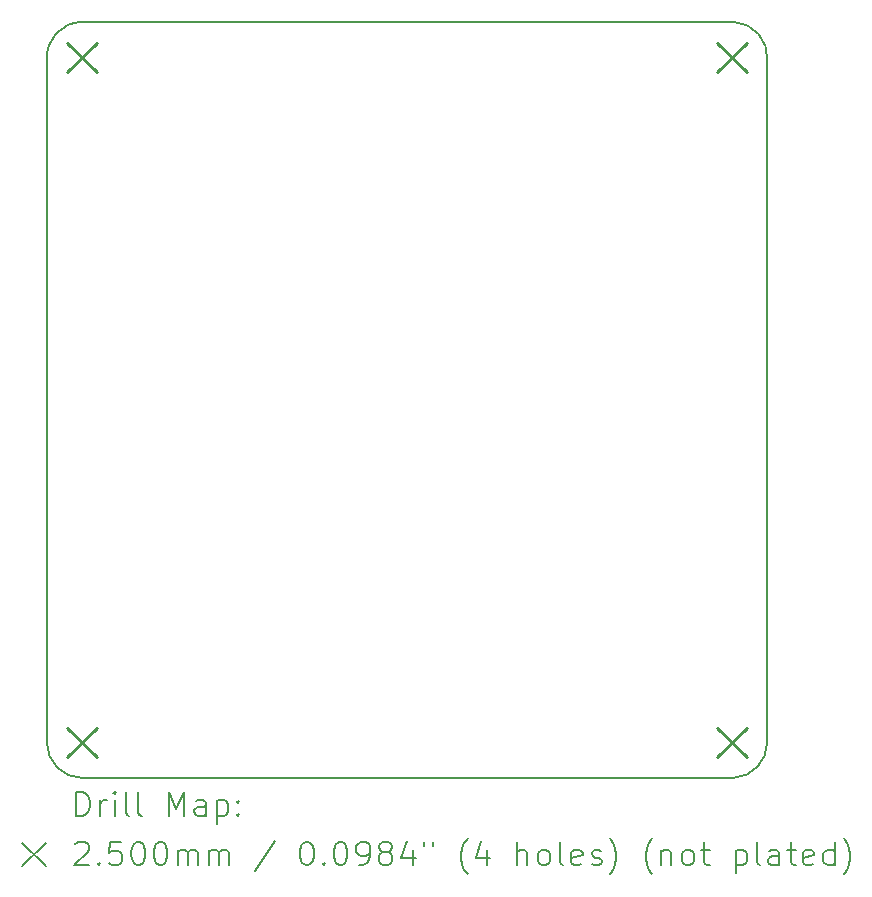
<source format=gbr>
%TF.GenerationSoftware,KiCad,Pcbnew,7.0.8*%
%TF.CreationDate,2024-02-21T14:11:08-03:00*%
%TF.ProjectId,lamp_module,6c616d70-5f6d-46f6-9475-6c652e6b6963,1.0*%
%TF.SameCoordinates,Original*%
%TF.FileFunction,Drillmap*%
%TF.FilePolarity,Positive*%
%FSLAX45Y45*%
G04 Gerber Fmt 4.5, Leading zero omitted, Abs format (unit mm)*
G04 Created by KiCad (PCBNEW 7.0.8) date 2024-02-21 14:11:08*
%MOMM*%
%LPD*%
G01*
G04 APERTURE LIST*
%ADD10C,0.200000*%
%ADD11C,0.250000*%
G04 APERTURE END LIST*
D10*
X18011575Y-7208025D02*
X18011575Y-12985025D01*
X12211575Y-6885025D02*
G75*
G03*
X11912453Y-7207958I0J-300000D01*
G01*
X12211575Y-6885025D02*
X17728975Y-6885025D01*
X17728946Y-13284531D02*
G75*
G03*
X18011575Y-12985025I-17376J299501D01*
G01*
X18011576Y-7208025D02*
G75*
G03*
X17728997Y-6884650I-300006J22995D01*
G01*
X11911575Y-7208025D02*
X11911575Y-12985025D01*
X17728946Y-13284522D02*
X12211575Y-13285025D01*
X11911575Y-12985025D02*
G75*
G03*
X12211575Y-13285025I299995J-5D01*
G01*
D11*
X12086575Y-7060025D02*
X12336575Y-7310025D01*
X12336575Y-7060025D02*
X12086575Y-7310025D01*
X12086575Y-12860025D02*
X12336575Y-13110025D01*
X12336575Y-12860025D02*
X12086575Y-13110025D01*
X17586575Y-7060025D02*
X17836575Y-7310025D01*
X17836575Y-7060025D02*
X17586575Y-7310025D01*
X17586575Y-12860025D02*
X17836575Y-13110025D01*
X17836575Y-12860025D02*
X17586575Y-13110025D01*
D10*
X12162352Y-13606509D02*
X12162352Y-13406509D01*
X12162352Y-13406509D02*
X12209971Y-13406509D01*
X12209971Y-13406509D02*
X12238542Y-13416033D01*
X12238542Y-13416033D02*
X12257590Y-13435080D01*
X12257590Y-13435080D02*
X12267114Y-13454128D01*
X12267114Y-13454128D02*
X12276637Y-13492223D01*
X12276637Y-13492223D02*
X12276637Y-13520794D01*
X12276637Y-13520794D02*
X12267114Y-13558890D01*
X12267114Y-13558890D02*
X12257590Y-13577937D01*
X12257590Y-13577937D02*
X12238542Y-13596985D01*
X12238542Y-13596985D02*
X12209971Y-13606509D01*
X12209971Y-13606509D02*
X12162352Y-13606509D01*
X12362352Y-13606509D02*
X12362352Y-13473175D01*
X12362352Y-13511271D02*
X12371876Y-13492223D01*
X12371876Y-13492223D02*
X12381399Y-13482699D01*
X12381399Y-13482699D02*
X12400447Y-13473175D01*
X12400447Y-13473175D02*
X12419495Y-13473175D01*
X12486161Y-13606509D02*
X12486161Y-13473175D01*
X12486161Y-13406509D02*
X12476637Y-13416033D01*
X12476637Y-13416033D02*
X12486161Y-13425556D01*
X12486161Y-13425556D02*
X12495685Y-13416033D01*
X12495685Y-13416033D02*
X12486161Y-13406509D01*
X12486161Y-13406509D02*
X12486161Y-13425556D01*
X12609971Y-13606509D02*
X12590923Y-13596985D01*
X12590923Y-13596985D02*
X12581399Y-13577937D01*
X12581399Y-13577937D02*
X12581399Y-13406509D01*
X12714733Y-13606509D02*
X12695685Y-13596985D01*
X12695685Y-13596985D02*
X12686161Y-13577937D01*
X12686161Y-13577937D02*
X12686161Y-13406509D01*
X12943304Y-13606509D02*
X12943304Y-13406509D01*
X12943304Y-13406509D02*
X13009971Y-13549366D01*
X13009971Y-13549366D02*
X13076637Y-13406509D01*
X13076637Y-13406509D02*
X13076637Y-13606509D01*
X13257590Y-13606509D02*
X13257590Y-13501747D01*
X13257590Y-13501747D02*
X13248066Y-13482699D01*
X13248066Y-13482699D02*
X13229018Y-13473175D01*
X13229018Y-13473175D02*
X13190923Y-13473175D01*
X13190923Y-13473175D02*
X13171876Y-13482699D01*
X13257590Y-13596985D02*
X13238542Y-13606509D01*
X13238542Y-13606509D02*
X13190923Y-13606509D01*
X13190923Y-13606509D02*
X13171876Y-13596985D01*
X13171876Y-13596985D02*
X13162352Y-13577937D01*
X13162352Y-13577937D02*
X13162352Y-13558890D01*
X13162352Y-13558890D02*
X13171876Y-13539842D01*
X13171876Y-13539842D02*
X13190923Y-13530318D01*
X13190923Y-13530318D02*
X13238542Y-13530318D01*
X13238542Y-13530318D02*
X13257590Y-13520794D01*
X13352828Y-13473175D02*
X13352828Y-13673175D01*
X13352828Y-13482699D02*
X13371876Y-13473175D01*
X13371876Y-13473175D02*
X13409971Y-13473175D01*
X13409971Y-13473175D02*
X13429018Y-13482699D01*
X13429018Y-13482699D02*
X13438542Y-13492223D01*
X13438542Y-13492223D02*
X13448066Y-13511271D01*
X13448066Y-13511271D02*
X13448066Y-13568413D01*
X13448066Y-13568413D02*
X13438542Y-13587461D01*
X13438542Y-13587461D02*
X13429018Y-13596985D01*
X13429018Y-13596985D02*
X13409971Y-13606509D01*
X13409971Y-13606509D02*
X13371876Y-13606509D01*
X13371876Y-13606509D02*
X13352828Y-13596985D01*
X13533780Y-13587461D02*
X13543304Y-13596985D01*
X13543304Y-13596985D02*
X13533780Y-13606509D01*
X13533780Y-13606509D02*
X13524257Y-13596985D01*
X13524257Y-13596985D02*
X13533780Y-13587461D01*
X13533780Y-13587461D02*
X13533780Y-13606509D01*
X13533780Y-13482699D02*
X13543304Y-13492223D01*
X13543304Y-13492223D02*
X13533780Y-13501747D01*
X13533780Y-13501747D02*
X13524257Y-13492223D01*
X13524257Y-13492223D02*
X13533780Y-13482699D01*
X13533780Y-13482699D02*
X13533780Y-13501747D01*
X11701575Y-13835025D02*
X11901575Y-14035025D01*
X11901575Y-13835025D02*
X11701575Y-14035025D01*
X12152828Y-13845556D02*
X12162352Y-13836033D01*
X12162352Y-13836033D02*
X12181399Y-13826509D01*
X12181399Y-13826509D02*
X12229018Y-13826509D01*
X12229018Y-13826509D02*
X12248066Y-13836033D01*
X12248066Y-13836033D02*
X12257590Y-13845556D01*
X12257590Y-13845556D02*
X12267114Y-13864604D01*
X12267114Y-13864604D02*
X12267114Y-13883652D01*
X12267114Y-13883652D02*
X12257590Y-13912223D01*
X12257590Y-13912223D02*
X12143304Y-14026509D01*
X12143304Y-14026509D02*
X12267114Y-14026509D01*
X12352828Y-14007461D02*
X12362352Y-14016985D01*
X12362352Y-14016985D02*
X12352828Y-14026509D01*
X12352828Y-14026509D02*
X12343304Y-14016985D01*
X12343304Y-14016985D02*
X12352828Y-14007461D01*
X12352828Y-14007461D02*
X12352828Y-14026509D01*
X12543304Y-13826509D02*
X12448066Y-13826509D01*
X12448066Y-13826509D02*
X12438542Y-13921747D01*
X12438542Y-13921747D02*
X12448066Y-13912223D01*
X12448066Y-13912223D02*
X12467114Y-13902699D01*
X12467114Y-13902699D02*
X12514733Y-13902699D01*
X12514733Y-13902699D02*
X12533780Y-13912223D01*
X12533780Y-13912223D02*
X12543304Y-13921747D01*
X12543304Y-13921747D02*
X12552828Y-13940794D01*
X12552828Y-13940794D02*
X12552828Y-13988413D01*
X12552828Y-13988413D02*
X12543304Y-14007461D01*
X12543304Y-14007461D02*
X12533780Y-14016985D01*
X12533780Y-14016985D02*
X12514733Y-14026509D01*
X12514733Y-14026509D02*
X12467114Y-14026509D01*
X12467114Y-14026509D02*
X12448066Y-14016985D01*
X12448066Y-14016985D02*
X12438542Y-14007461D01*
X12676637Y-13826509D02*
X12695685Y-13826509D01*
X12695685Y-13826509D02*
X12714733Y-13836033D01*
X12714733Y-13836033D02*
X12724257Y-13845556D01*
X12724257Y-13845556D02*
X12733780Y-13864604D01*
X12733780Y-13864604D02*
X12743304Y-13902699D01*
X12743304Y-13902699D02*
X12743304Y-13950318D01*
X12743304Y-13950318D02*
X12733780Y-13988413D01*
X12733780Y-13988413D02*
X12724257Y-14007461D01*
X12724257Y-14007461D02*
X12714733Y-14016985D01*
X12714733Y-14016985D02*
X12695685Y-14026509D01*
X12695685Y-14026509D02*
X12676637Y-14026509D01*
X12676637Y-14026509D02*
X12657590Y-14016985D01*
X12657590Y-14016985D02*
X12648066Y-14007461D01*
X12648066Y-14007461D02*
X12638542Y-13988413D01*
X12638542Y-13988413D02*
X12629018Y-13950318D01*
X12629018Y-13950318D02*
X12629018Y-13902699D01*
X12629018Y-13902699D02*
X12638542Y-13864604D01*
X12638542Y-13864604D02*
X12648066Y-13845556D01*
X12648066Y-13845556D02*
X12657590Y-13836033D01*
X12657590Y-13836033D02*
X12676637Y-13826509D01*
X12867114Y-13826509D02*
X12886161Y-13826509D01*
X12886161Y-13826509D02*
X12905209Y-13836033D01*
X12905209Y-13836033D02*
X12914733Y-13845556D01*
X12914733Y-13845556D02*
X12924257Y-13864604D01*
X12924257Y-13864604D02*
X12933780Y-13902699D01*
X12933780Y-13902699D02*
X12933780Y-13950318D01*
X12933780Y-13950318D02*
X12924257Y-13988413D01*
X12924257Y-13988413D02*
X12914733Y-14007461D01*
X12914733Y-14007461D02*
X12905209Y-14016985D01*
X12905209Y-14016985D02*
X12886161Y-14026509D01*
X12886161Y-14026509D02*
X12867114Y-14026509D01*
X12867114Y-14026509D02*
X12848066Y-14016985D01*
X12848066Y-14016985D02*
X12838542Y-14007461D01*
X12838542Y-14007461D02*
X12829018Y-13988413D01*
X12829018Y-13988413D02*
X12819495Y-13950318D01*
X12819495Y-13950318D02*
X12819495Y-13902699D01*
X12819495Y-13902699D02*
X12829018Y-13864604D01*
X12829018Y-13864604D02*
X12838542Y-13845556D01*
X12838542Y-13845556D02*
X12848066Y-13836033D01*
X12848066Y-13836033D02*
X12867114Y-13826509D01*
X13019495Y-14026509D02*
X13019495Y-13893175D01*
X13019495Y-13912223D02*
X13029018Y-13902699D01*
X13029018Y-13902699D02*
X13048066Y-13893175D01*
X13048066Y-13893175D02*
X13076638Y-13893175D01*
X13076638Y-13893175D02*
X13095685Y-13902699D01*
X13095685Y-13902699D02*
X13105209Y-13921747D01*
X13105209Y-13921747D02*
X13105209Y-14026509D01*
X13105209Y-13921747D02*
X13114733Y-13902699D01*
X13114733Y-13902699D02*
X13133780Y-13893175D01*
X13133780Y-13893175D02*
X13162352Y-13893175D01*
X13162352Y-13893175D02*
X13181399Y-13902699D01*
X13181399Y-13902699D02*
X13190923Y-13921747D01*
X13190923Y-13921747D02*
X13190923Y-14026509D01*
X13286161Y-14026509D02*
X13286161Y-13893175D01*
X13286161Y-13912223D02*
X13295685Y-13902699D01*
X13295685Y-13902699D02*
X13314733Y-13893175D01*
X13314733Y-13893175D02*
X13343304Y-13893175D01*
X13343304Y-13893175D02*
X13362352Y-13902699D01*
X13362352Y-13902699D02*
X13371876Y-13921747D01*
X13371876Y-13921747D02*
X13371876Y-14026509D01*
X13371876Y-13921747D02*
X13381399Y-13902699D01*
X13381399Y-13902699D02*
X13400447Y-13893175D01*
X13400447Y-13893175D02*
X13429018Y-13893175D01*
X13429018Y-13893175D02*
X13448066Y-13902699D01*
X13448066Y-13902699D02*
X13457590Y-13921747D01*
X13457590Y-13921747D02*
X13457590Y-14026509D01*
X13848066Y-13816985D02*
X13676638Y-14074128D01*
X14105209Y-13826509D02*
X14124257Y-13826509D01*
X14124257Y-13826509D02*
X14143304Y-13836033D01*
X14143304Y-13836033D02*
X14152828Y-13845556D01*
X14152828Y-13845556D02*
X14162352Y-13864604D01*
X14162352Y-13864604D02*
X14171876Y-13902699D01*
X14171876Y-13902699D02*
X14171876Y-13950318D01*
X14171876Y-13950318D02*
X14162352Y-13988413D01*
X14162352Y-13988413D02*
X14152828Y-14007461D01*
X14152828Y-14007461D02*
X14143304Y-14016985D01*
X14143304Y-14016985D02*
X14124257Y-14026509D01*
X14124257Y-14026509D02*
X14105209Y-14026509D01*
X14105209Y-14026509D02*
X14086161Y-14016985D01*
X14086161Y-14016985D02*
X14076638Y-14007461D01*
X14076638Y-14007461D02*
X14067114Y-13988413D01*
X14067114Y-13988413D02*
X14057590Y-13950318D01*
X14057590Y-13950318D02*
X14057590Y-13902699D01*
X14057590Y-13902699D02*
X14067114Y-13864604D01*
X14067114Y-13864604D02*
X14076638Y-13845556D01*
X14076638Y-13845556D02*
X14086161Y-13836033D01*
X14086161Y-13836033D02*
X14105209Y-13826509D01*
X14257590Y-14007461D02*
X14267114Y-14016985D01*
X14267114Y-14016985D02*
X14257590Y-14026509D01*
X14257590Y-14026509D02*
X14248066Y-14016985D01*
X14248066Y-14016985D02*
X14257590Y-14007461D01*
X14257590Y-14007461D02*
X14257590Y-14026509D01*
X14390923Y-13826509D02*
X14409971Y-13826509D01*
X14409971Y-13826509D02*
X14429019Y-13836033D01*
X14429019Y-13836033D02*
X14438542Y-13845556D01*
X14438542Y-13845556D02*
X14448066Y-13864604D01*
X14448066Y-13864604D02*
X14457590Y-13902699D01*
X14457590Y-13902699D02*
X14457590Y-13950318D01*
X14457590Y-13950318D02*
X14448066Y-13988413D01*
X14448066Y-13988413D02*
X14438542Y-14007461D01*
X14438542Y-14007461D02*
X14429019Y-14016985D01*
X14429019Y-14016985D02*
X14409971Y-14026509D01*
X14409971Y-14026509D02*
X14390923Y-14026509D01*
X14390923Y-14026509D02*
X14371876Y-14016985D01*
X14371876Y-14016985D02*
X14362352Y-14007461D01*
X14362352Y-14007461D02*
X14352828Y-13988413D01*
X14352828Y-13988413D02*
X14343304Y-13950318D01*
X14343304Y-13950318D02*
X14343304Y-13902699D01*
X14343304Y-13902699D02*
X14352828Y-13864604D01*
X14352828Y-13864604D02*
X14362352Y-13845556D01*
X14362352Y-13845556D02*
X14371876Y-13836033D01*
X14371876Y-13836033D02*
X14390923Y-13826509D01*
X14552828Y-14026509D02*
X14590923Y-14026509D01*
X14590923Y-14026509D02*
X14609971Y-14016985D01*
X14609971Y-14016985D02*
X14619495Y-14007461D01*
X14619495Y-14007461D02*
X14638542Y-13978890D01*
X14638542Y-13978890D02*
X14648066Y-13940794D01*
X14648066Y-13940794D02*
X14648066Y-13864604D01*
X14648066Y-13864604D02*
X14638542Y-13845556D01*
X14638542Y-13845556D02*
X14629019Y-13836033D01*
X14629019Y-13836033D02*
X14609971Y-13826509D01*
X14609971Y-13826509D02*
X14571876Y-13826509D01*
X14571876Y-13826509D02*
X14552828Y-13836033D01*
X14552828Y-13836033D02*
X14543304Y-13845556D01*
X14543304Y-13845556D02*
X14533781Y-13864604D01*
X14533781Y-13864604D02*
X14533781Y-13912223D01*
X14533781Y-13912223D02*
X14543304Y-13931271D01*
X14543304Y-13931271D02*
X14552828Y-13940794D01*
X14552828Y-13940794D02*
X14571876Y-13950318D01*
X14571876Y-13950318D02*
X14609971Y-13950318D01*
X14609971Y-13950318D02*
X14629019Y-13940794D01*
X14629019Y-13940794D02*
X14638542Y-13931271D01*
X14638542Y-13931271D02*
X14648066Y-13912223D01*
X14762352Y-13912223D02*
X14743304Y-13902699D01*
X14743304Y-13902699D02*
X14733781Y-13893175D01*
X14733781Y-13893175D02*
X14724257Y-13874128D01*
X14724257Y-13874128D02*
X14724257Y-13864604D01*
X14724257Y-13864604D02*
X14733781Y-13845556D01*
X14733781Y-13845556D02*
X14743304Y-13836033D01*
X14743304Y-13836033D02*
X14762352Y-13826509D01*
X14762352Y-13826509D02*
X14800447Y-13826509D01*
X14800447Y-13826509D02*
X14819495Y-13836033D01*
X14819495Y-13836033D02*
X14829019Y-13845556D01*
X14829019Y-13845556D02*
X14838542Y-13864604D01*
X14838542Y-13864604D02*
X14838542Y-13874128D01*
X14838542Y-13874128D02*
X14829019Y-13893175D01*
X14829019Y-13893175D02*
X14819495Y-13902699D01*
X14819495Y-13902699D02*
X14800447Y-13912223D01*
X14800447Y-13912223D02*
X14762352Y-13912223D01*
X14762352Y-13912223D02*
X14743304Y-13921747D01*
X14743304Y-13921747D02*
X14733781Y-13931271D01*
X14733781Y-13931271D02*
X14724257Y-13950318D01*
X14724257Y-13950318D02*
X14724257Y-13988413D01*
X14724257Y-13988413D02*
X14733781Y-14007461D01*
X14733781Y-14007461D02*
X14743304Y-14016985D01*
X14743304Y-14016985D02*
X14762352Y-14026509D01*
X14762352Y-14026509D02*
X14800447Y-14026509D01*
X14800447Y-14026509D02*
X14819495Y-14016985D01*
X14819495Y-14016985D02*
X14829019Y-14007461D01*
X14829019Y-14007461D02*
X14838542Y-13988413D01*
X14838542Y-13988413D02*
X14838542Y-13950318D01*
X14838542Y-13950318D02*
X14829019Y-13931271D01*
X14829019Y-13931271D02*
X14819495Y-13921747D01*
X14819495Y-13921747D02*
X14800447Y-13912223D01*
X15009971Y-13893175D02*
X15009971Y-14026509D01*
X14962352Y-13816985D02*
X14914733Y-13959842D01*
X14914733Y-13959842D02*
X15038542Y-13959842D01*
X15105209Y-13826509D02*
X15105209Y-13864604D01*
X15181400Y-13826509D02*
X15181400Y-13864604D01*
X15476638Y-14102699D02*
X15467114Y-14093175D01*
X15467114Y-14093175D02*
X15448066Y-14064604D01*
X15448066Y-14064604D02*
X15438543Y-14045556D01*
X15438543Y-14045556D02*
X15429019Y-14016985D01*
X15429019Y-14016985D02*
X15419495Y-13969366D01*
X15419495Y-13969366D02*
X15419495Y-13931271D01*
X15419495Y-13931271D02*
X15429019Y-13883652D01*
X15429019Y-13883652D02*
X15438543Y-13855080D01*
X15438543Y-13855080D02*
X15448066Y-13836033D01*
X15448066Y-13836033D02*
X15467114Y-13807461D01*
X15467114Y-13807461D02*
X15476638Y-13797937D01*
X15638543Y-13893175D02*
X15638543Y-14026509D01*
X15590923Y-13816985D02*
X15543304Y-13959842D01*
X15543304Y-13959842D02*
X15667114Y-13959842D01*
X15895685Y-14026509D02*
X15895685Y-13826509D01*
X15981400Y-14026509D02*
X15981400Y-13921747D01*
X15981400Y-13921747D02*
X15971876Y-13902699D01*
X15971876Y-13902699D02*
X15952828Y-13893175D01*
X15952828Y-13893175D02*
X15924257Y-13893175D01*
X15924257Y-13893175D02*
X15905209Y-13902699D01*
X15905209Y-13902699D02*
X15895685Y-13912223D01*
X16105209Y-14026509D02*
X16086162Y-14016985D01*
X16086162Y-14016985D02*
X16076638Y-14007461D01*
X16076638Y-14007461D02*
X16067114Y-13988413D01*
X16067114Y-13988413D02*
X16067114Y-13931271D01*
X16067114Y-13931271D02*
X16076638Y-13912223D01*
X16076638Y-13912223D02*
X16086162Y-13902699D01*
X16086162Y-13902699D02*
X16105209Y-13893175D01*
X16105209Y-13893175D02*
X16133781Y-13893175D01*
X16133781Y-13893175D02*
X16152828Y-13902699D01*
X16152828Y-13902699D02*
X16162352Y-13912223D01*
X16162352Y-13912223D02*
X16171876Y-13931271D01*
X16171876Y-13931271D02*
X16171876Y-13988413D01*
X16171876Y-13988413D02*
X16162352Y-14007461D01*
X16162352Y-14007461D02*
X16152828Y-14016985D01*
X16152828Y-14016985D02*
X16133781Y-14026509D01*
X16133781Y-14026509D02*
X16105209Y-14026509D01*
X16286162Y-14026509D02*
X16267114Y-14016985D01*
X16267114Y-14016985D02*
X16257590Y-13997937D01*
X16257590Y-13997937D02*
X16257590Y-13826509D01*
X16438543Y-14016985D02*
X16419495Y-14026509D01*
X16419495Y-14026509D02*
X16381400Y-14026509D01*
X16381400Y-14026509D02*
X16362352Y-14016985D01*
X16362352Y-14016985D02*
X16352828Y-13997937D01*
X16352828Y-13997937D02*
X16352828Y-13921747D01*
X16352828Y-13921747D02*
X16362352Y-13902699D01*
X16362352Y-13902699D02*
X16381400Y-13893175D01*
X16381400Y-13893175D02*
X16419495Y-13893175D01*
X16419495Y-13893175D02*
X16438543Y-13902699D01*
X16438543Y-13902699D02*
X16448066Y-13921747D01*
X16448066Y-13921747D02*
X16448066Y-13940794D01*
X16448066Y-13940794D02*
X16352828Y-13959842D01*
X16524257Y-14016985D02*
X16543305Y-14026509D01*
X16543305Y-14026509D02*
X16581400Y-14026509D01*
X16581400Y-14026509D02*
X16600447Y-14016985D01*
X16600447Y-14016985D02*
X16609971Y-13997937D01*
X16609971Y-13997937D02*
X16609971Y-13988413D01*
X16609971Y-13988413D02*
X16600447Y-13969366D01*
X16600447Y-13969366D02*
X16581400Y-13959842D01*
X16581400Y-13959842D02*
X16552828Y-13959842D01*
X16552828Y-13959842D02*
X16533781Y-13950318D01*
X16533781Y-13950318D02*
X16524257Y-13931271D01*
X16524257Y-13931271D02*
X16524257Y-13921747D01*
X16524257Y-13921747D02*
X16533781Y-13902699D01*
X16533781Y-13902699D02*
X16552828Y-13893175D01*
X16552828Y-13893175D02*
X16581400Y-13893175D01*
X16581400Y-13893175D02*
X16600447Y-13902699D01*
X16676638Y-14102699D02*
X16686162Y-14093175D01*
X16686162Y-14093175D02*
X16705209Y-14064604D01*
X16705209Y-14064604D02*
X16714733Y-14045556D01*
X16714733Y-14045556D02*
X16724257Y-14016985D01*
X16724257Y-14016985D02*
X16733781Y-13969366D01*
X16733781Y-13969366D02*
X16733781Y-13931271D01*
X16733781Y-13931271D02*
X16724257Y-13883652D01*
X16724257Y-13883652D02*
X16714733Y-13855080D01*
X16714733Y-13855080D02*
X16705209Y-13836033D01*
X16705209Y-13836033D02*
X16686162Y-13807461D01*
X16686162Y-13807461D02*
X16676638Y-13797937D01*
X17038543Y-14102699D02*
X17029019Y-14093175D01*
X17029019Y-14093175D02*
X17009971Y-14064604D01*
X17009971Y-14064604D02*
X17000448Y-14045556D01*
X17000448Y-14045556D02*
X16990924Y-14016985D01*
X16990924Y-14016985D02*
X16981400Y-13969366D01*
X16981400Y-13969366D02*
X16981400Y-13931271D01*
X16981400Y-13931271D02*
X16990924Y-13883652D01*
X16990924Y-13883652D02*
X17000448Y-13855080D01*
X17000448Y-13855080D02*
X17009971Y-13836033D01*
X17009971Y-13836033D02*
X17029019Y-13807461D01*
X17029019Y-13807461D02*
X17038543Y-13797937D01*
X17114733Y-13893175D02*
X17114733Y-14026509D01*
X17114733Y-13912223D02*
X17124257Y-13902699D01*
X17124257Y-13902699D02*
X17143305Y-13893175D01*
X17143305Y-13893175D02*
X17171876Y-13893175D01*
X17171876Y-13893175D02*
X17190924Y-13902699D01*
X17190924Y-13902699D02*
X17200448Y-13921747D01*
X17200448Y-13921747D02*
X17200448Y-14026509D01*
X17324257Y-14026509D02*
X17305209Y-14016985D01*
X17305209Y-14016985D02*
X17295686Y-14007461D01*
X17295686Y-14007461D02*
X17286162Y-13988413D01*
X17286162Y-13988413D02*
X17286162Y-13931271D01*
X17286162Y-13931271D02*
X17295686Y-13912223D01*
X17295686Y-13912223D02*
X17305209Y-13902699D01*
X17305209Y-13902699D02*
X17324257Y-13893175D01*
X17324257Y-13893175D02*
X17352829Y-13893175D01*
X17352829Y-13893175D02*
X17371876Y-13902699D01*
X17371876Y-13902699D02*
X17381400Y-13912223D01*
X17381400Y-13912223D02*
X17390924Y-13931271D01*
X17390924Y-13931271D02*
X17390924Y-13988413D01*
X17390924Y-13988413D02*
X17381400Y-14007461D01*
X17381400Y-14007461D02*
X17371876Y-14016985D01*
X17371876Y-14016985D02*
X17352829Y-14026509D01*
X17352829Y-14026509D02*
X17324257Y-14026509D01*
X17448067Y-13893175D02*
X17524257Y-13893175D01*
X17476638Y-13826509D02*
X17476638Y-13997937D01*
X17476638Y-13997937D02*
X17486162Y-14016985D01*
X17486162Y-14016985D02*
X17505209Y-14026509D01*
X17505209Y-14026509D02*
X17524257Y-14026509D01*
X17743305Y-13893175D02*
X17743305Y-14093175D01*
X17743305Y-13902699D02*
X17762352Y-13893175D01*
X17762352Y-13893175D02*
X17800448Y-13893175D01*
X17800448Y-13893175D02*
X17819495Y-13902699D01*
X17819495Y-13902699D02*
X17829019Y-13912223D01*
X17829019Y-13912223D02*
X17838543Y-13931271D01*
X17838543Y-13931271D02*
X17838543Y-13988413D01*
X17838543Y-13988413D02*
X17829019Y-14007461D01*
X17829019Y-14007461D02*
X17819495Y-14016985D01*
X17819495Y-14016985D02*
X17800448Y-14026509D01*
X17800448Y-14026509D02*
X17762352Y-14026509D01*
X17762352Y-14026509D02*
X17743305Y-14016985D01*
X17952829Y-14026509D02*
X17933781Y-14016985D01*
X17933781Y-14016985D02*
X17924257Y-13997937D01*
X17924257Y-13997937D02*
X17924257Y-13826509D01*
X18114733Y-14026509D02*
X18114733Y-13921747D01*
X18114733Y-13921747D02*
X18105210Y-13902699D01*
X18105210Y-13902699D02*
X18086162Y-13893175D01*
X18086162Y-13893175D02*
X18048067Y-13893175D01*
X18048067Y-13893175D02*
X18029019Y-13902699D01*
X18114733Y-14016985D02*
X18095686Y-14026509D01*
X18095686Y-14026509D02*
X18048067Y-14026509D01*
X18048067Y-14026509D02*
X18029019Y-14016985D01*
X18029019Y-14016985D02*
X18019495Y-13997937D01*
X18019495Y-13997937D02*
X18019495Y-13978890D01*
X18019495Y-13978890D02*
X18029019Y-13959842D01*
X18029019Y-13959842D02*
X18048067Y-13950318D01*
X18048067Y-13950318D02*
X18095686Y-13950318D01*
X18095686Y-13950318D02*
X18114733Y-13940794D01*
X18181400Y-13893175D02*
X18257590Y-13893175D01*
X18209971Y-13826509D02*
X18209971Y-13997937D01*
X18209971Y-13997937D02*
X18219495Y-14016985D01*
X18219495Y-14016985D02*
X18238543Y-14026509D01*
X18238543Y-14026509D02*
X18257590Y-14026509D01*
X18400448Y-14016985D02*
X18381400Y-14026509D01*
X18381400Y-14026509D02*
X18343305Y-14026509D01*
X18343305Y-14026509D02*
X18324257Y-14016985D01*
X18324257Y-14016985D02*
X18314733Y-13997937D01*
X18314733Y-13997937D02*
X18314733Y-13921747D01*
X18314733Y-13921747D02*
X18324257Y-13902699D01*
X18324257Y-13902699D02*
X18343305Y-13893175D01*
X18343305Y-13893175D02*
X18381400Y-13893175D01*
X18381400Y-13893175D02*
X18400448Y-13902699D01*
X18400448Y-13902699D02*
X18409971Y-13921747D01*
X18409971Y-13921747D02*
X18409971Y-13940794D01*
X18409971Y-13940794D02*
X18314733Y-13959842D01*
X18581400Y-14026509D02*
X18581400Y-13826509D01*
X18581400Y-14016985D02*
X18562352Y-14026509D01*
X18562352Y-14026509D02*
X18524257Y-14026509D01*
X18524257Y-14026509D02*
X18505210Y-14016985D01*
X18505210Y-14016985D02*
X18495686Y-14007461D01*
X18495686Y-14007461D02*
X18486162Y-13988413D01*
X18486162Y-13988413D02*
X18486162Y-13931271D01*
X18486162Y-13931271D02*
X18495686Y-13912223D01*
X18495686Y-13912223D02*
X18505210Y-13902699D01*
X18505210Y-13902699D02*
X18524257Y-13893175D01*
X18524257Y-13893175D02*
X18562352Y-13893175D01*
X18562352Y-13893175D02*
X18581400Y-13902699D01*
X18657591Y-14102699D02*
X18667114Y-14093175D01*
X18667114Y-14093175D02*
X18686162Y-14064604D01*
X18686162Y-14064604D02*
X18695686Y-14045556D01*
X18695686Y-14045556D02*
X18705210Y-14016985D01*
X18705210Y-14016985D02*
X18714733Y-13969366D01*
X18714733Y-13969366D02*
X18714733Y-13931271D01*
X18714733Y-13931271D02*
X18705210Y-13883652D01*
X18705210Y-13883652D02*
X18695686Y-13855080D01*
X18695686Y-13855080D02*
X18686162Y-13836033D01*
X18686162Y-13836033D02*
X18667114Y-13807461D01*
X18667114Y-13807461D02*
X18657591Y-13797937D01*
M02*

</source>
